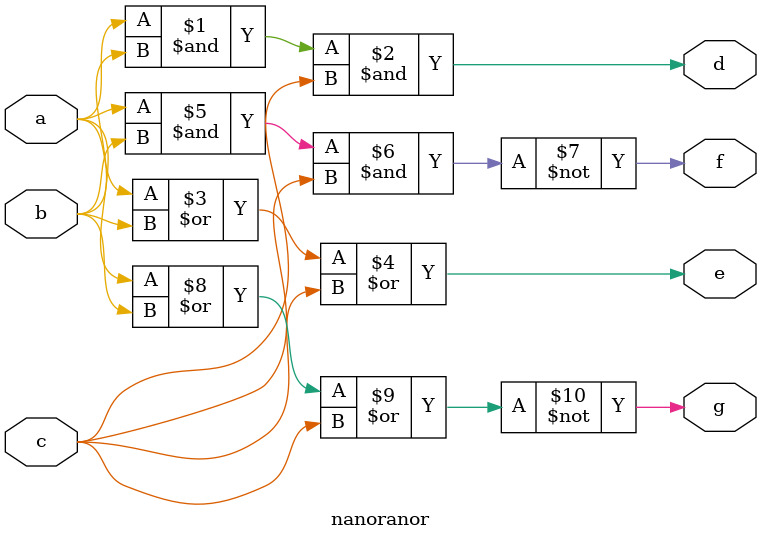
<source format=v>
module nanoranor(a,b,c,d,e,f,g);
	output d,e,f,g;
	input a,b,c;
	assign d=a&b&c;
	assign e=a|b|c;
	assign f=~(a&b&c);
	assign g=~(a|b|c);
endmodule

</source>
